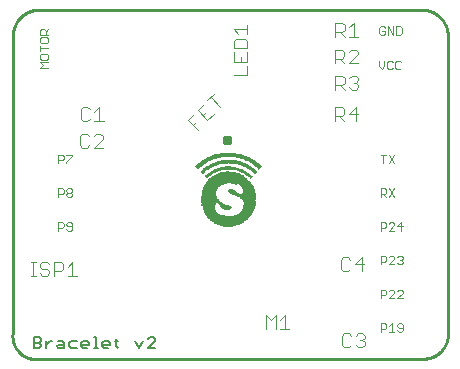
<source format=gto>
G75*
%MOIN*%
%OFA0B0*%
%FSLAX25Y25*%
%IPPOS*%
%LPD*%
%AMOC8*
5,1,8,0,0,1.08239X$1,22.5*
%
%ADD10C,0.01000*%
%ADD11C,0.00700*%
%ADD12C,0.01500*%
%ADD13C,0.00200*%
%ADD14R,0.02400X0.00100*%
%ADD15R,0.03600X0.00100*%
%ADD16R,0.04300X0.00100*%
%ADD17R,0.05000X0.00100*%
%ADD18R,0.05600X0.00100*%
%ADD19R,0.06300X0.00100*%
%ADD20R,0.07000X0.00100*%
%ADD21R,0.07300X0.00100*%
%ADD22R,0.07800X0.00100*%
%ADD23R,0.08100X0.00100*%
%ADD24R,0.08500X0.00100*%
%ADD25R,0.09000X0.00100*%
%ADD26R,0.09300X0.00100*%
%ADD27R,0.09600X0.00100*%
%ADD28R,0.09900X0.00100*%
%ADD29R,0.10200X0.00100*%
%ADD30R,0.10600X0.00100*%
%ADD31R,0.10800X0.00100*%
%ADD32R,0.11100X0.00100*%
%ADD33R,0.11400X0.00100*%
%ADD34R,0.11600X0.00100*%
%ADD35R,0.11800X0.00100*%
%ADD36R,0.12000X0.00100*%
%ADD37R,0.12300X0.00100*%
%ADD38R,0.12500X0.00100*%
%ADD39R,0.12700X0.00100*%
%ADD40R,0.12900X0.00100*%
%ADD41R,0.13200X0.00100*%
%ADD42R,0.13300X0.00100*%
%ADD43R,0.13500X0.00100*%
%ADD44R,0.13600X0.00100*%
%ADD45R,0.13800X0.00100*%
%ADD46R,0.14000X0.00100*%
%ADD47R,0.14200X0.00100*%
%ADD48R,0.06700X0.00100*%
%ADD49R,0.06200X0.00100*%
%ADD50R,0.05800X0.00100*%
%ADD51R,0.05500X0.00100*%
%ADD52R,0.05300X0.00100*%
%ADD53R,0.05200X0.00100*%
%ADD54R,0.05100X0.00100*%
%ADD55R,0.04700X0.00100*%
%ADD56R,0.04800X0.00100*%
%ADD57R,0.04500X0.00100*%
%ADD58R,0.04600X0.00100*%
%ADD59R,0.04200X0.00100*%
%ADD60R,0.04100X0.00100*%
%ADD61R,0.04000X0.00100*%
%ADD62R,0.03900X0.00100*%
%ADD63R,0.03800X0.00100*%
%ADD64R,0.03700X0.00100*%
%ADD65R,0.01400X0.00100*%
%ADD66R,0.02000X0.00100*%
%ADD67R,0.02200X0.00100*%
%ADD68R,0.02600X0.00100*%
%ADD69R,0.02800X0.00100*%
%ADD70R,0.02900X0.00100*%
%ADD71R,0.03000X0.00100*%
%ADD72R,0.03100X0.00100*%
%ADD73R,0.03200X0.00100*%
%ADD74R,0.03300X0.00100*%
%ADD75R,0.04400X0.00100*%
%ADD76R,0.02700X0.00100*%
%ADD77R,0.01700X0.00100*%
%ADD78R,0.01600X0.00100*%
%ADD79R,0.04900X0.00100*%
%ADD80R,0.01300X0.00100*%
%ADD81R,0.06600X0.00100*%
%ADD82R,0.06500X0.00100*%
%ADD83R,0.06100X0.00100*%
%ADD84R,0.06000X0.00100*%
%ADD85R,0.05900X0.00100*%
%ADD86R,0.05700X0.00100*%
%ADD87R,0.05400X0.00100*%
%ADD88R,0.07100X0.00100*%
%ADD89R,0.02300X0.00100*%
%ADD90R,0.02500X0.00100*%
%ADD91R,0.02100X0.00100*%
%ADD92R,0.01800X0.00100*%
%ADD93R,0.01500X0.00100*%
%ADD94R,0.01100X0.00100*%
%ADD95R,0.00400X0.00100*%
%ADD96R,0.00900X0.00100*%
%ADD97R,0.06800X0.00100*%
%ADD98R,0.14700X0.00100*%
%ADD99R,0.14600X0.00100*%
%ADD100R,0.14400X0.00100*%
%ADD101R,0.13900X0.00100*%
%ADD102R,0.13700X0.00100*%
%ADD103R,0.13400X0.00100*%
%ADD104R,0.13000X0.00100*%
%ADD105R,0.12800X0.00100*%
%ADD106R,0.12600X0.00100*%
%ADD107R,0.12400X0.00100*%
%ADD108R,0.12200X0.00100*%
%ADD109R,0.00100X0.00100*%
%ADD110R,0.00300X0.00100*%
%ADD111R,0.00500X0.00100*%
%ADD112R,0.11200X0.00100*%
%ADD113R,0.00700X0.00100*%
%ADD114R,0.00600X0.00100*%
%ADD115R,0.11000X0.00100*%
%ADD116R,0.10300X0.00100*%
%ADD117R,0.01200X0.00100*%
%ADD118R,0.10000X0.00100*%
%ADD119R,0.09700X0.00100*%
%ADD120R,0.09400X0.00100*%
%ADD121R,0.09100X0.00100*%
%ADD122R,0.08700X0.00100*%
%ADD123R,0.08200X0.00100*%
%ADD124R,0.07900X0.00100*%
%ADD125R,0.07500X0.00100*%
%ADD126R,0.00200X0.00100*%
%ADD127R,0.00800X0.00100*%
%ADD128R,0.01000X0.00100*%
%ADD129R,0.01900X0.00100*%
%ADD130R,0.07400X0.00100*%
%ADD131R,0.06900X0.00100*%
%ADD132R,0.03500X0.00100*%
%ADD133R,0.08900X0.00100*%
%ADD134R,0.08300X0.00100*%
%ADD135R,0.07200X0.00100*%
%ADD136R,0.03400X0.00100*%
%ADD137R,0.09200X0.00100*%
%ADD138C,0.00400*%
D10*
X0007860Y0046945D02*
X0139110Y0046945D01*
X0139110Y0046944D02*
X0139308Y0046963D01*
X0139504Y0046986D01*
X0139700Y0047014D01*
X0139896Y0047047D01*
X0140090Y0047085D01*
X0140284Y0047127D01*
X0140476Y0047174D01*
X0140667Y0047225D01*
X0140857Y0047281D01*
X0141046Y0047342D01*
X0141233Y0047407D01*
X0141418Y0047477D01*
X0141602Y0047551D01*
X0141784Y0047630D01*
X0141964Y0047713D01*
X0142142Y0047800D01*
X0142317Y0047891D01*
X0142491Y0047987D01*
X0142662Y0048087D01*
X0142830Y0048191D01*
X0142996Y0048299D01*
X0143160Y0048411D01*
X0143320Y0048527D01*
X0143478Y0048647D01*
X0143633Y0048771D01*
X0143784Y0048898D01*
X0143933Y0049029D01*
X0144079Y0049163D01*
X0144221Y0049301D01*
X0144359Y0049443D01*
X0144495Y0049587D01*
X0144627Y0049735D01*
X0144755Y0049886D01*
X0144879Y0050040D01*
X0145000Y0050198D01*
X0145117Y0050357D01*
X0145230Y0050520D01*
X0145339Y0050686D01*
X0145444Y0050853D01*
X0145545Y0051024D01*
X0145641Y0051197D01*
X0145734Y0051372D01*
X0145822Y0051549D01*
X0145906Y0051729D01*
X0145986Y0051910D01*
X0146061Y0052093D01*
X0146132Y0052278D01*
X0146198Y0052465D01*
X0146260Y0052653D01*
X0146317Y0052843D01*
X0146370Y0053034D01*
X0146418Y0053226D01*
X0146461Y0053419D01*
X0146500Y0053614D01*
X0146533Y0053809D01*
X0146563Y0054005D01*
X0146587Y0054201D01*
X0146607Y0054398D01*
X0146622Y0054596D01*
X0146632Y0054794D01*
X0146637Y0054992D01*
X0146638Y0055190D01*
X0146633Y0055388D01*
X0146624Y0055586D01*
X0146611Y0055783D01*
X0146610Y0055783D02*
X0146610Y0154533D01*
X0146607Y0154744D01*
X0146600Y0154956D01*
X0146587Y0155167D01*
X0146569Y0155377D01*
X0146546Y0155588D01*
X0146518Y0155797D01*
X0146485Y0156006D01*
X0146447Y0156214D01*
X0146404Y0156421D01*
X0146356Y0156627D01*
X0146303Y0156832D01*
X0146245Y0157035D01*
X0146182Y0157237D01*
X0146114Y0157437D01*
X0146041Y0157636D01*
X0145964Y0157833D01*
X0145882Y0158027D01*
X0145795Y0158220D01*
X0145704Y0158411D01*
X0145608Y0158599D01*
X0145507Y0158785D01*
X0145402Y0158969D01*
X0145293Y0159150D01*
X0145179Y0159328D01*
X0145061Y0159504D01*
X0144939Y0159676D01*
X0144813Y0159846D01*
X0144682Y0160012D01*
X0144548Y0160175D01*
X0144409Y0160335D01*
X0144267Y0160492D01*
X0144121Y0160645D01*
X0143972Y0160794D01*
X0143819Y0160940D01*
X0143662Y0161082D01*
X0143502Y0161221D01*
X0143339Y0161355D01*
X0143173Y0161486D01*
X0143003Y0161612D01*
X0142831Y0161734D01*
X0142655Y0161852D01*
X0142477Y0161966D01*
X0142296Y0162075D01*
X0142112Y0162180D01*
X0141926Y0162281D01*
X0141738Y0162377D01*
X0141547Y0162468D01*
X0141354Y0162555D01*
X0141160Y0162637D01*
X0140963Y0162714D01*
X0140764Y0162787D01*
X0140564Y0162855D01*
X0140362Y0162918D01*
X0140159Y0162976D01*
X0139954Y0163029D01*
X0139748Y0163077D01*
X0139541Y0163120D01*
X0139333Y0163158D01*
X0139124Y0163191D01*
X0138915Y0163219D01*
X0138704Y0163242D01*
X0138494Y0163260D01*
X0138283Y0163273D01*
X0138071Y0163280D01*
X0137860Y0163283D01*
X0010360Y0163283D01*
X0010149Y0163280D01*
X0009937Y0163273D01*
X0009726Y0163260D01*
X0009516Y0163242D01*
X0009305Y0163219D01*
X0009096Y0163191D01*
X0008887Y0163158D01*
X0008679Y0163120D01*
X0008472Y0163077D01*
X0008266Y0163029D01*
X0008061Y0162976D01*
X0007858Y0162918D01*
X0007656Y0162855D01*
X0007456Y0162787D01*
X0007257Y0162714D01*
X0007060Y0162637D01*
X0006866Y0162555D01*
X0006673Y0162468D01*
X0006482Y0162377D01*
X0006294Y0162281D01*
X0006108Y0162180D01*
X0005924Y0162075D01*
X0005743Y0161966D01*
X0005565Y0161852D01*
X0005389Y0161734D01*
X0005217Y0161612D01*
X0005047Y0161486D01*
X0004881Y0161355D01*
X0004718Y0161221D01*
X0004558Y0161082D01*
X0004401Y0160940D01*
X0004248Y0160794D01*
X0004099Y0160645D01*
X0003953Y0160492D01*
X0003811Y0160335D01*
X0003672Y0160175D01*
X0003538Y0160012D01*
X0003407Y0159846D01*
X0003281Y0159676D01*
X0003159Y0159504D01*
X0003041Y0159328D01*
X0002927Y0159150D01*
X0002818Y0158969D01*
X0002713Y0158785D01*
X0002612Y0158599D01*
X0002516Y0158411D01*
X0002425Y0158220D01*
X0002338Y0158027D01*
X0002256Y0157833D01*
X0002179Y0157636D01*
X0002106Y0157437D01*
X0002038Y0157237D01*
X0001975Y0157035D01*
X0001917Y0156832D01*
X0001864Y0156627D01*
X0001816Y0156421D01*
X0001773Y0156214D01*
X0001735Y0156006D01*
X0001702Y0155797D01*
X0001674Y0155588D01*
X0001651Y0155377D01*
X0001633Y0155167D01*
X0001620Y0154956D01*
X0001613Y0154744D01*
X0001610Y0154533D01*
X0001610Y0055783D01*
X0001581Y0055601D01*
X0001557Y0055417D01*
X0001536Y0055233D01*
X0001521Y0055049D01*
X0001509Y0054865D01*
X0001502Y0054680D01*
X0001500Y0054495D01*
X0001502Y0054310D01*
X0001509Y0054125D01*
X0001520Y0053940D01*
X0001535Y0053756D01*
X0001555Y0053572D01*
X0001580Y0053389D01*
X0001608Y0053206D01*
X0001642Y0053024D01*
X0001679Y0052843D01*
X0001721Y0052663D01*
X0001767Y0052483D01*
X0001818Y0052306D01*
X0001873Y0052129D01*
X0001932Y0051954D01*
X0001995Y0051780D01*
X0002063Y0051608D01*
X0002135Y0051437D01*
X0002210Y0051268D01*
X0002290Y0051101D01*
X0002374Y0050937D01*
X0002462Y0050774D01*
X0002554Y0050613D01*
X0002649Y0050455D01*
X0002749Y0050299D01*
X0002852Y0050145D01*
X0002959Y0049994D01*
X0003069Y0049846D01*
X0003183Y0049700D01*
X0003301Y0049557D01*
X0003421Y0049417D01*
X0003546Y0049280D01*
X0003673Y0049146D01*
X0003804Y0049015D01*
X0003938Y0048887D01*
X0004075Y0048763D01*
X0004214Y0048642D01*
X0004357Y0048524D01*
X0004503Y0048410D01*
X0004651Y0048299D01*
X0004802Y0048192D01*
X0004955Y0048089D01*
X0005111Y0047989D01*
X0005269Y0047894D01*
X0005430Y0047802D01*
X0005593Y0047713D01*
X0005757Y0047629D01*
X0005924Y0047549D01*
X0006093Y0047473D01*
X0006263Y0047401D01*
X0006435Y0047333D01*
X0006609Y0047270D01*
X0006784Y0047210D01*
X0006961Y0047155D01*
X0007138Y0047104D01*
X0007318Y0047058D01*
X0007498Y0047016D01*
X0007679Y0046978D01*
X0007861Y0046944D01*
D11*
X0008584Y0050383D02*
X0010486Y0050383D01*
X0011120Y0051017D01*
X0011120Y0051651D01*
X0010486Y0052285D01*
X0008584Y0052285D01*
X0008584Y0054186D02*
X0008584Y0050383D01*
X0010486Y0052285D02*
X0011120Y0052919D01*
X0011120Y0053552D01*
X0010486Y0054186D01*
X0008584Y0054186D01*
X0012728Y0052919D02*
X0012728Y0050383D01*
X0012728Y0051651D02*
X0013996Y0052919D01*
X0014629Y0052919D01*
X0016815Y0052919D02*
X0018082Y0052919D01*
X0018716Y0052285D01*
X0018716Y0050383D01*
X0016815Y0050383D01*
X0016181Y0051017D01*
X0016815Y0051651D01*
X0018716Y0051651D01*
X0020324Y0052285D02*
X0020324Y0051017D01*
X0020958Y0050383D01*
X0022860Y0050383D01*
X0024468Y0051017D02*
X0024468Y0052285D01*
X0025102Y0052919D01*
X0026369Y0052919D01*
X0027003Y0052285D01*
X0027003Y0051651D01*
X0024468Y0051651D01*
X0024468Y0051017D02*
X0025102Y0050383D01*
X0026369Y0050383D01*
X0028611Y0050383D02*
X0029879Y0050383D01*
X0029245Y0050383D02*
X0029245Y0054186D01*
X0028611Y0054186D01*
X0031374Y0052285D02*
X0031374Y0051017D01*
X0032008Y0050383D01*
X0033275Y0050383D01*
X0033909Y0051651D02*
X0031374Y0051651D01*
X0031374Y0052285D02*
X0032008Y0052919D01*
X0033275Y0052919D01*
X0033909Y0052285D01*
X0033909Y0051651D01*
X0035517Y0052919D02*
X0036785Y0052919D01*
X0036151Y0053552D02*
X0036151Y0051017D01*
X0036785Y0050383D01*
X0042423Y0052919D02*
X0043691Y0050383D01*
X0044959Y0052919D01*
X0046567Y0053552D02*
X0047201Y0054186D01*
X0048468Y0054186D01*
X0049102Y0053552D01*
X0049102Y0052919D01*
X0046567Y0050383D01*
X0049102Y0050383D01*
X0022860Y0052919D02*
X0020958Y0052919D01*
X0020324Y0052285D01*
D12*
X0072360Y0119033D02*
X0073778Y0119033D01*
X0073778Y0120451D01*
X0072360Y0120451D01*
X0072360Y0119033D01*
D13*
X0021341Y0114935D02*
X0021341Y0114468D01*
X0019473Y0112600D01*
X0019473Y0112133D01*
X0018111Y0113067D02*
X0016710Y0113067D01*
X0016710Y0112133D02*
X0016710Y0114935D01*
X0018111Y0114935D01*
X0018578Y0114468D01*
X0018578Y0113534D01*
X0018111Y0113067D01*
X0019473Y0114935D02*
X0021341Y0114935D01*
X0020874Y0103685D02*
X0021341Y0103218D01*
X0021341Y0102751D01*
X0020874Y0102284D01*
X0019940Y0102284D01*
X0019473Y0102751D01*
X0019473Y0103218D01*
X0019940Y0103685D01*
X0020874Y0103685D01*
X0020874Y0102284D02*
X0021341Y0101817D01*
X0021341Y0101350D01*
X0020874Y0100883D01*
X0019940Y0100883D01*
X0019473Y0101350D01*
X0019473Y0101817D01*
X0019940Y0102284D01*
X0018578Y0102284D02*
X0018111Y0101817D01*
X0016710Y0101817D01*
X0016710Y0100883D02*
X0016710Y0103685D01*
X0018111Y0103685D01*
X0018578Y0103218D01*
X0018578Y0102284D01*
X0018111Y0092435D02*
X0016710Y0092435D01*
X0016710Y0089633D01*
X0016710Y0090567D02*
X0018111Y0090567D01*
X0018578Y0091034D01*
X0018578Y0091968D01*
X0018111Y0092435D01*
X0019473Y0091968D02*
X0019473Y0091501D01*
X0019940Y0091034D01*
X0021341Y0091034D01*
X0021341Y0090100D02*
X0021341Y0091968D01*
X0020874Y0092435D01*
X0019940Y0092435D01*
X0019473Y0091968D01*
X0019473Y0090100D02*
X0019940Y0089633D01*
X0020874Y0089633D01*
X0021341Y0090100D01*
X0013510Y0143883D02*
X0010708Y0143883D01*
X0011642Y0144817D01*
X0010708Y0145751D01*
X0013510Y0145751D01*
X0013043Y0146645D02*
X0013510Y0147112D01*
X0013510Y0148047D01*
X0013043Y0148514D01*
X0011175Y0148514D01*
X0010708Y0148047D01*
X0010708Y0147112D01*
X0011175Y0146645D01*
X0013043Y0146645D01*
X0010708Y0149408D02*
X0010708Y0151276D01*
X0010708Y0150342D02*
X0013510Y0150342D01*
X0013043Y0152170D02*
X0013510Y0152637D01*
X0013510Y0153571D01*
X0013043Y0154038D01*
X0011175Y0154038D01*
X0010708Y0153571D01*
X0010708Y0152637D01*
X0011175Y0152170D01*
X0013043Y0152170D01*
X0012576Y0154932D02*
X0012576Y0156334D01*
X0012109Y0156801D01*
X0011175Y0156801D01*
X0010708Y0156334D01*
X0010708Y0154932D01*
X0013510Y0154932D01*
X0012576Y0155867D02*
X0013510Y0156801D01*
X0123836Y0157270D02*
X0123836Y0155402D01*
X0124303Y0154935D01*
X0125237Y0154935D01*
X0125704Y0155402D01*
X0125704Y0156336D01*
X0124770Y0156336D01*
X0123836Y0157270D02*
X0124303Y0157737D01*
X0125237Y0157737D01*
X0125704Y0157270D01*
X0126598Y0157737D02*
X0128467Y0154935D01*
X0128467Y0157737D01*
X0129361Y0157737D02*
X0130762Y0157737D01*
X0131229Y0157270D01*
X0131229Y0155402D01*
X0130762Y0154935D01*
X0129361Y0154935D01*
X0129361Y0157737D01*
X0126598Y0157737D02*
X0126598Y0154935D01*
X0126868Y0146281D02*
X0126401Y0145814D01*
X0126401Y0143946D01*
X0126868Y0143479D01*
X0127802Y0143479D01*
X0128269Y0143946D01*
X0129164Y0143946D02*
X0129164Y0145814D01*
X0129631Y0146281D01*
X0130565Y0146281D01*
X0131032Y0145814D01*
X0131032Y0143946D02*
X0130565Y0143479D01*
X0129631Y0143479D01*
X0129164Y0143946D01*
X0128269Y0145814D02*
X0127802Y0146281D01*
X0126868Y0146281D01*
X0125507Y0146281D02*
X0125507Y0144413D01*
X0124573Y0143479D01*
X0123639Y0144413D01*
X0123639Y0146281D01*
X0124210Y0114935D02*
X0126078Y0114935D01*
X0126973Y0114935D02*
X0128841Y0112133D01*
X0126973Y0112133D02*
X0128841Y0114935D01*
X0125144Y0114935D02*
X0125144Y0112133D01*
X0125611Y0103685D02*
X0124210Y0103685D01*
X0124210Y0100883D01*
X0124210Y0101817D02*
X0125611Y0101817D01*
X0126078Y0102284D01*
X0126078Y0103218D01*
X0125611Y0103685D01*
X0126973Y0103685D02*
X0128841Y0100883D01*
X0126973Y0100883D02*
X0128841Y0103685D01*
X0126078Y0100883D02*
X0125144Y0101817D01*
X0125611Y0092435D02*
X0124210Y0092435D01*
X0124210Y0089633D01*
X0124210Y0090567D02*
X0125611Y0090567D01*
X0126078Y0091034D01*
X0126078Y0091968D01*
X0125611Y0092435D01*
X0126973Y0091968D02*
X0127440Y0092435D01*
X0128374Y0092435D01*
X0128841Y0091968D01*
X0128841Y0091501D01*
X0126973Y0089633D01*
X0128841Y0089633D01*
X0129735Y0091034D02*
X0131603Y0091034D01*
X0131136Y0089633D02*
X0131136Y0092435D01*
X0129735Y0091034D01*
X0130202Y0081185D02*
X0131136Y0081185D01*
X0131603Y0080718D01*
X0131603Y0080251D01*
X0131136Y0079784D01*
X0131603Y0079317D01*
X0131603Y0078850D01*
X0131136Y0078383D01*
X0130202Y0078383D01*
X0129735Y0078850D01*
X0128841Y0078383D02*
X0126973Y0078383D01*
X0128841Y0080251D01*
X0128841Y0080718D01*
X0128374Y0081185D01*
X0127440Y0081185D01*
X0126973Y0080718D01*
X0126078Y0080718D02*
X0125611Y0081185D01*
X0124210Y0081185D01*
X0124210Y0078383D01*
X0124210Y0079317D02*
X0125611Y0079317D01*
X0126078Y0079784D01*
X0126078Y0080718D01*
X0129735Y0080718D02*
X0130202Y0081185D01*
X0130669Y0079784D02*
X0131136Y0079784D01*
X0131136Y0069935D02*
X0130202Y0069935D01*
X0129735Y0069468D01*
X0128841Y0069468D02*
X0128374Y0069935D01*
X0127440Y0069935D01*
X0126973Y0069468D01*
X0126078Y0069468D02*
X0126078Y0068534D01*
X0125611Y0068067D01*
X0124210Y0068067D01*
X0124210Y0067133D02*
X0124210Y0069935D01*
X0125611Y0069935D01*
X0126078Y0069468D01*
X0126973Y0067133D02*
X0128841Y0069001D01*
X0128841Y0069468D01*
X0131136Y0069935D02*
X0131603Y0069468D01*
X0131603Y0069001D01*
X0129735Y0067133D01*
X0131603Y0067133D01*
X0128841Y0067133D02*
X0126973Y0067133D01*
X0127907Y0058685D02*
X0127907Y0055883D01*
X0126973Y0055883D02*
X0128841Y0055883D01*
X0129735Y0056350D02*
X0130202Y0055883D01*
X0131136Y0055883D01*
X0131603Y0056350D01*
X0131603Y0058218D01*
X0131136Y0058685D01*
X0130202Y0058685D01*
X0129735Y0058218D01*
X0129735Y0057751D01*
X0130202Y0057284D01*
X0131603Y0057284D01*
X0127907Y0058685D02*
X0126973Y0057751D01*
X0126078Y0057284D02*
X0125611Y0056817D01*
X0124210Y0056817D01*
X0124210Y0055883D02*
X0124210Y0058685D01*
X0125611Y0058685D01*
X0126078Y0058218D01*
X0126078Y0057284D01*
D14*
X0075710Y0101683D03*
X0071910Y0097883D03*
X0073510Y0090883D03*
X0069810Y0109583D03*
X0068310Y0111283D03*
X0066310Y0112883D03*
X0066110Y0112783D03*
X0080910Y0112783D03*
D15*
X0078310Y0113883D03*
X0080010Y0103683D03*
X0080110Y0103583D03*
X0080110Y0103483D03*
X0080210Y0103283D03*
X0080410Y0097183D03*
X0080110Y0096383D03*
X0073510Y0090983D03*
D16*
X0073560Y0091083D03*
X0079060Y0094983D03*
X0080460Y0099483D03*
X0080460Y0099583D03*
X0080360Y0101783D03*
X0073560Y0110483D03*
X0066860Y0097583D03*
X0066860Y0097483D03*
X0066860Y0097383D03*
X0067960Y0094983D03*
D17*
X0073510Y0091183D03*
X0078410Y0094583D03*
X0080110Y0100283D03*
X0067910Y0104083D03*
X0067810Y0103983D03*
X0067710Y0103883D03*
D18*
X0068510Y0104683D03*
X0067210Y0099783D03*
X0073510Y0091283D03*
X0073510Y0115083D03*
D19*
X0069160Y0105083D03*
X0067560Y0099083D03*
X0067660Y0098983D03*
X0073560Y0091383D03*
X0079460Y0101083D03*
D20*
X0073510Y0091483D03*
X0069610Y0105283D03*
D21*
X0073560Y0091583D03*
D22*
X0073510Y0091683D03*
X0073610Y0112383D03*
D23*
X0073560Y0091783D03*
D24*
X0073560Y0091883D03*
D25*
X0073510Y0091983D03*
D26*
X0073560Y0092083D03*
D27*
X0073510Y0092183D03*
D28*
X0073560Y0092283D03*
D29*
X0073510Y0092383D03*
X0073510Y0114483D03*
D30*
X0073510Y0107383D03*
X0073510Y0092483D03*
D31*
X0073510Y0092583D03*
X0073510Y0114383D03*
D32*
X0073560Y0092683D03*
D33*
X0073510Y0092783D03*
X0073510Y0107083D03*
D34*
X0073510Y0106983D03*
X0073510Y0092883D03*
D35*
X0073510Y0092983D03*
D36*
X0073510Y0093083D03*
X0073510Y0106883D03*
X0073510Y0114183D03*
D37*
X0073560Y0093183D03*
D38*
X0073560Y0093283D03*
D39*
X0073560Y0093383D03*
D40*
X0073560Y0093483D03*
D41*
X0073510Y0093583D03*
X0073510Y0106283D03*
D42*
X0073560Y0093683D03*
D43*
X0073560Y0093783D03*
D44*
X0073510Y0093883D03*
X0073510Y0106083D03*
D45*
X0073510Y0093983D03*
D46*
X0073510Y0094083D03*
X0073510Y0105783D03*
D47*
X0073510Y0105683D03*
X0073510Y0094183D03*
D48*
X0069660Y0094283D03*
X0067860Y0098683D03*
X0079160Y0101283D03*
D49*
X0079510Y0100983D03*
X0077610Y0094283D03*
X0067510Y0099183D03*
X0073610Y0112583D03*
D50*
X0068610Y0104783D03*
X0067310Y0099583D03*
X0069210Y0094383D03*
D51*
X0067160Y0099883D03*
X0067160Y0099983D03*
X0068360Y0104583D03*
X0077960Y0094383D03*
X0079860Y0100683D03*
D52*
X0068860Y0094483D03*
X0067060Y0100183D03*
X0067060Y0100283D03*
X0068160Y0104383D03*
D53*
X0068110Y0104283D03*
X0068010Y0104183D03*
X0067010Y0100383D03*
X0073510Y0108683D03*
X0073510Y0110383D03*
X0073610Y0112683D03*
X0080010Y0100483D03*
X0078210Y0094483D03*
D54*
X0080060Y0100383D03*
X0068660Y0094583D03*
X0066960Y0100483D03*
X0066960Y0100583D03*
X0066960Y0100683D03*
X0066960Y0100783D03*
D55*
X0066960Y0101683D03*
X0066960Y0101783D03*
X0066960Y0101883D03*
X0066960Y0101983D03*
X0066960Y0102083D03*
X0066960Y0102183D03*
X0067060Y0102283D03*
X0067060Y0102383D03*
X0067060Y0102483D03*
X0067160Y0102583D03*
X0067160Y0102683D03*
X0067160Y0102783D03*
X0067260Y0102883D03*
X0067260Y0102983D03*
X0067360Y0103183D03*
X0067460Y0103383D03*
X0066860Y0098383D03*
X0068460Y0094683D03*
X0080260Y0099983D03*
X0080160Y0101483D03*
X0070960Y0111983D03*
D56*
X0069710Y0114083D03*
X0067510Y0103483D03*
X0067410Y0103283D03*
X0067310Y0103083D03*
X0066910Y0101583D03*
X0066910Y0101483D03*
X0066910Y0101383D03*
X0066910Y0101283D03*
X0066910Y0098483D03*
X0078610Y0094683D03*
X0080210Y0100083D03*
D57*
X0080360Y0099783D03*
X0078860Y0094883D03*
X0068260Y0094783D03*
X0068160Y0094883D03*
X0066860Y0098183D03*
D58*
X0066810Y0098283D03*
X0073510Y0108783D03*
X0073610Y0115183D03*
X0080210Y0101583D03*
X0080310Y0099883D03*
X0078810Y0094783D03*
D59*
X0079110Y0095083D03*
X0079210Y0095183D03*
X0079310Y0095283D03*
X0080510Y0099183D03*
X0080510Y0099283D03*
X0080510Y0099383D03*
X0080310Y0101883D03*
X0079110Y0104983D03*
X0073610Y0112783D03*
X0066910Y0097283D03*
X0066910Y0097183D03*
X0067010Y0096983D03*
X0067010Y0096883D03*
X0067110Y0096783D03*
X0067110Y0096683D03*
X0067110Y0096583D03*
X0067210Y0096283D03*
X0067310Y0096083D03*
X0067910Y0095083D03*
D60*
X0067760Y0095183D03*
X0067760Y0095283D03*
X0067660Y0095383D03*
X0067460Y0095683D03*
X0067460Y0095783D03*
X0067360Y0095883D03*
X0067360Y0095983D03*
X0067260Y0096183D03*
X0067160Y0096383D03*
X0067160Y0096483D03*
X0066960Y0097083D03*
X0080560Y0098983D03*
X0080560Y0099083D03*
X0080360Y0101983D03*
D61*
X0080410Y0102083D03*
X0080410Y0102183D03*
X0079310Y0104783D03*
X0079210Y0104883D03*
X0080610Y0098883D03*
X0080610Y0098783D03*
X0080610Y0098683D03*
X0079610Y0095583D03*
X0079510Y0095483D03*
X0079410Y0095383D03*
X0067610Y0095483D03*
X0067510Y0095583D03*
X0069110Y0113983D03*
D62*
X0077960Y0113983D03*
X0080360Y0102383D03*
X0080560Y0098583D03*
X0080560Y0098483D03*
X0079760Y0095783D03*
X0079660Y0095683D03*
D63*
X0079810Y0095883D03*
X0079810Y0095983D03*
X0079910Y0096083D03*
X0080610Y0098183D03*
X0080610Y0098283D03*
X0080610Y0098383D03*
X0080410Y0102283D03*
X0080410Y0102483D03*
X0080410Y0102583D03*
X0080310Y0102883D03*
X0080310Y0102983D03*
X0079710Y0104283D03*
X0079610Y0104383D03*
X0079610Y0104483D03*
X0079510Y0104583D03*
X0079410Y0104683D03*
X0073510Y0108883D03*
X0077010Y0111883D03*
D64*
X0079760Y0104183D03*
X0079860Y0104083D03*
X0079860Y0103983D03*
X0079960Y0103883D03*
X0079960Y0103783D03*
X0080160Y0103383D03*
X0080260Y0103183D03*
X0080260Y0103083D03*
X0080360Y0102783D03*
X0080360Y0102683D03*
X0080560Y0098083D03*
X0080560Y0097983D03*
X0080560Y0097883D03*
X0080560Y0097783D03*
X0080460Y0097683D03*
X0080460Y0097583D03*
X0080460Y0097483D03*
X0080460Y0097383D03*
X0080460Y0097283D03*
X0080360Y0097083D03*
X0080360Y0096983D03*
X0080260Y0096883D03*
X0080260Y0096783D03*
X0080260Y0096683D03*
X0080160Y0096583D03*
X0080160Y0096483D03*
X0080060Y0096283D03*
X0079960Y0096183D03*
X0070160Y0111883D03*
X0068760Y0113883D03*
D65*
X0067910Y0108683D03*
X0067410Y0108383D03*
X0067310Y0108283D03*
X0066910Y0107983D03*
X0063410Y0110683D03*
X0070910Y0098483D03*
X0071010Y0098383D03*
X0073210Y0096383D03*
X0079910Y0108183D03*
X0079610Y0108383D03*
X0079310Y0108583D03*
X0082010Y0109283D03*
X0082110Y0109183D03*
X0082210Y0109083D03*
X0082310Y0108983D03*
D66*
X0083110Y0111283D03*
X0082610Y0111683D03*
X0082510Y0111783D03*
X0077810Y0109383D03*
X0073510Y0110683D03*
X0067510Y0110883D03*
X0067310Y0110783D03*
X0067110Y0110683D03*
X0064710Y0111883D03*
X0064410Y0111683D03*
X0071510Y0098083D03*
X0073110Y0096483D03*
D67*
X0073110Y0096583D03*
X0071710Y0097983D03*
X0074610Y0102683D03*
X0079110Y0111183D03*
X0079310Y0111083D03*
X0081610Y0112383D03*
X0081910Y0112183D03*
X0082210Y0111983D03*
X0067910Y0111083D03*
X0065610Y0112483D03*
D68*
X0066510Y0112983D03*
X0066710Y0113083D03*
X0066910Y0113183D03*
X0068810Y0111483D03*
X0070110Y0109683D03*
X0074810Y0102383D03*
X0075410Y0101783D03*
X0073010Y0096683D03*
X0078610Y0111383D03*
X0078110Y0111583D03*
X0080110Y0113183D03*
X0080310Y0113083D03*
X0080510Y0112983D03*
D69*
X0079910Y0113283D03*
X0079710Y0113383D03*
X0073510Y0108983D03*
X0070510Y0109783D03*
X0067310Y0113383D03*
X0075010Y0102083D03*
X0075210Y0101983D03*
X0073010Y0096783D03*
D70*
X0072960Y0096883D03*
X0072260Y0097683D03*
X0069360Y0111683D03*
X0077860Y0111683D03*
D71*
X0079410Y0113483D03*
X0067610Y0113483D03*
X0072410Y0097583D03*
X0072910Y0096983D03*
D72*
X0072860Y0097083D03*
D73*
X0072810Y0097183D03*
X0072710Y0097283D03*
X0072510Y0097483D03*
X0069710Y0111783D03*
X0073510Y0115283D03*
X0077510Y0111783D03*
D74*
X0078860Y0113683D03*
X0079160Y0113583D03*
X0076060Y0109883D03*
X0070960Y0109883D03*
X0068160Y0113683D03*
X0067860Y0113583D03*
X0072660Y0097383D03*
D75*
X0066810Y0097683D03*
X0066810Y0097783D03*
X0066810Y0097883D03*
X0066810Y0097983D03*
X0066810Y0098083D03*
X0076310Y0111983D03*
X0080310Y0101683D03*
X0080410Y0099683D03*
D76*
X0075260Y0101883D03*
X0074960Y0102183D03*
X0074860Y0102283D03*
X0072060Y0097783D03*
X0076560Y0109783D03*
X0073560Y0112883D03*
X0069060Y0111583D03*
X0067160Y0113283D03*
D77*
X0066660Y0110383D03*
X0066360Y0110183D03*
X0066160Y0110083D03*
X0066060Y0109983D03*
X0063560Y0110983D03*
X0071360Y0098183D03*
X0080960Y0110083D03*
X0080860Y0110183D03*
X0081260Y0109883D03*
X0083360Y0111083D03*
X0083760Y0110683D03*
D78*
X0081510Y0109683D03*
X0081410Y0109783D03*
X0081110Y0109983D03*
X0078810Y0108883D03*
X0068210Y0108883D03*
X0067710Y0108583D03*
X0065910Y0109883D03*
X0065810Y0109783D03*
X0065710Y0109683D03*
X0065510Y0109583D03*
X0065410Y0109483D03*
X0063410Y0110783D03*
X0071210Y0098283D03*
D79*
X0066960Y0098583D03*
X0066960Y0100883D03*
X0066960Y0100983D03*
X0066960Y0101083D03*
X0066960Y0101183D03*
X0067560Y0103583D03*
X0067660Y0103683D03*
X0067660Y0103783D03*
X0077260Y0114083D03*
X0080160Y0100183D03*
D80*
X0080260Y0107883D03*
X0080160Y0107983D03*
X0080060Y0108083D03*
X0079760Y0108283D03*
X0070760Y0098583D03*
X0066660Y0107783D03*
X0066760Y0107883D03*
X0067060Y0108083D03*
X0067160Y0108183D03*
D81*
X0073510Y0108483D03*
X0077610Y0105283D03*
X0079310Y0101183D03*
X0067810Y0098783D03*
X0073510Y0114983D03*
D82*
X0077760Y0105183D03*
X0067760Y0098883D03*
D83*
X0067460Y0099283D03*
D84*
X0067410Y0099383D03*
X0068810Y0104883D03*
X0068910Y0104983D03*
X0073510Y0110283D03*
X0078110Y0105083D03*
D85*
X0079660Y0100883D03*
X0073560Y0108583D03*
X0067360Y0099483D03*
D86*
X0067260Y0099683D03*
X0079760Y0100783D03*
D87*
X0079910Y0100583D03*
X0068310Y0104483D03*
X0067110Y0100083D03*
D88*
X0073560Y0108383D03*
X0078960Y0101383D03*
D89*
X0076160Y0101483D03*
X0074660Y0102583D03*
X0077260Y0109583D03*
X0081060Y0112683D03*
X0081260Y0112583D03*
X0081460Y0112483D03*
X0068060Y0111183D03*
X0065960Y0112683D03*
X0065760Y0112583D03*
X0065460Y0112383D03*
D90*
X0068560Y0111383D03*
X0074760Y0102483D03*
X0075860Y0101583D03*
X0076960Y0109683D03*
X0078360Y0111483D03*
X0078860Y0111283D03*
X0080760Y0112883D03*
D91*
X0081760Y0112283D03*
X0082060Y0112083D03*
X0082360Y0111883D03*
X0079860Y0110783D03*
X0079660Y0110883D03*
X0079460Y0110983D03*
X0077560Y0109483D03*
X0074560Y0102783D03*
X0069460Y0109483D03*
X0067660Y0110983D03*
X0065260Y0112283D03*
X0065160Y0112183D03*
X0064960Y0112083D03*
X0064860Y0111983D03*
X0064560Y0111783D03*
D92*
X0063910Y0111283D03*
X0063710Y0111083D03*
X0063410Y0110883D03*
X0066510Y0110283D03*
X0066810Y0110483D03*
X0068410Y0108983D03*
X0068610Y0109083D03*
X0068810Y0109183D03*
X0074510Y0102883D03*
X0078010Y0109283D03*
X0078210Y0109183D03*
X0078410Y0109083D03*
X0078610Y0108983D03*
X0080410Y0110483D03*
X0080510Y0110383D03*
X0080710Y0110283D03*
X0083510Y0110983D03*
X0083610Y0110883D03*
X0083710Y0110783D03*
D93*
X0083760Y0110583D03*
X0081860Y0109383D03*
X0081760Y0109483D03*
X0081660Y0109583D03*
X0079460Y0108483D03*
X0079160Y0108683D03*
X0078960Y0108783D03*
X0074460Y0102983D03*
X0068060Y0108783D03*
X0067560Y0108483D03*
X0065260Y0109383D03*
X0065160Y0109283D03*
X0065060Y0109183D03*
X0064960Y0109083D03*
D94*
X0066360Y0107483D03*
X0074460Y0103083D03*
X0080860Y0107383D03*
X0082260Y0108883D03*
D95*
X0082310Y0108483D03*
X0083810Y0110083D03*
X0076010Y0104883D03*
X0066410Y0107183D03*
X0064910Y0108583D03*
X0063410Y0110183D03*
D96*
X0063360Y0110483D03*
X0064960Y0108883D03*
X0066360Y0107383D03*
X0075960Y0104983D03*
X0080860Y0107283D03*
D97*
X0069410Y0105183D03*
D98*
X0073560Y0105383D03*
D99*
X0073510Y0105483D03*
D100*
X0073510Y0105583D03*
D101*
X0073560Y0105883D03*
D102*
X0073560Y0105983D03*
D103*
X0073510Y0106183D03*
D104*
X0073510Y0106383D03*
D105*
X0073510Y0106483D03*
D106*
X0073510Y0106583D03*
D107*
X0073510Y0106683D03*
D108*
X0073510Y0106783D03*
D109*
X0073960Y0111983D03*
X0075060Y0112883D03*
X0072060Y0112883D03*
X0071160Y0115183D03*
X0069260Y0114783D03*
X0063360Y0110083D03*
X0064960Y0108483D03*
X0066360Y0107083D03*
X0080860Y0106883D03*
D110*
X0080860Y0106983D03*
D111*
X0080860Y0107083D03*
X0082260Y0108583D03*
D112*
X0073510Y0107183D03*
X0073510Y0114283D03*
D113*
X0080860Y0107183D03*
X0064960Y0108783D03*
X0063360Y0110383D03*
D114*
X0063410Y0110283D03*
X0064910Y0108683D03*
X0066410Y0107283D03*
X0082310Y0108683D03*
X0083810Y0110183D03*
D115*
X0073510Y0107283D03*
D116*
X0073560Y0107483D03*
D117*
X0080410Y0107783D03*
X0080510Y0107683D03*
X0080610Y0107583D03*
X0080710Y0107483D03*
X0083810Y0110483D03*
X0066510Y0107683D03*
X0066410Y0107583D03*
X0065010Y0108983D03*
X0063410Y0110583D03*
D118*
X0073510Y0107583D03*
D119*
X0073560Y0107683D03*
X0073460Y0114583D03*
D120*
X0073610Y0112083D03*
X0073510Y0107783D03*
D121*
X0073560Y0107883D03*
D122*
X0073560Y0107983D03*
D123*
X0073510Y0108083D03*
D124*
X0073560Y0108183D03*
X0073560Y0109983D03*
D125*
X0073560Y0108283D03*
D126*
X0082310Y0108383D03*
X0083810Y0109983D03*
D127*
X0083810Y0110283D03*
X0082310Y0108783D03*
D128*
X0083810Y0110383D03*
X0073510Y0109083D03*
D129*
X0069260Y0109383D03*
X0069060Y0109283D03*
X0066960Y0110583D03*
X0064260Y0111583D03*
X0064160Y0111483D03*
X0064060Y0111383D03*
X0063760Y0111183D03*
X0080060Y0110683D03*
X0080260Y0110583D03*
X0082760Y0111583D03*
X0082860Y0111483D03*
X0082960Y0111383D03*
X0083260Y0111183D03*
D130*
X0073510Y0110083D03*
X0073510Y0114883D03*
D131*
X0073560Y0110183D03*
D132*
X0073560Y0110583D03*
D133*
X0073560Y0112183D03*
D134*
X0073560Y0112283D03*
X0073560Y0114783D03*
D135*
X0073610Y0112483D03*
D136*
X0078610Y0113783D03*
X0068410Y0113783D03*
D137*
X0073510Y0114683D03*
D138*
X0063222Y0123243D02*
X0059966Y0126498D01*
X0062137Y0128669D01*
X0063222Y0129754D02*
X0066477Y0126498D01*
X0068648Y0128669D01*
X0065935Y0129211D02*
X0064850Y0128126D01*
X0063222Y0129754D02*
X0065392Y0131924D01*
X0066477Y0133009D02*
X0068648Y0135180D01*
X0067562Y0134095D02*
X0070818Y0130839D01*
X0062679Y0125956D02*
X0061594Y0124871D01*
X0075239Y0141390D02*
X0079843Y0141390D01*
X0079843Y0144459D01*
X0079843Y0145994D02*
X0079843Y0149063D01*
X0079843Y0150598D02*
X0079843Y0152900D01*
X0079076Y0153667D01*
X0076006Y0153667D01*
X0075239Y0152900D01*
X0075239Y0150598D01*
X0079843Y0150598D01*
X0077541Y0147529D02*
X0077541Y0145994D01*
X0075239Y0145994D02*
X0079843Y0145994D01*
X0075239Y0145994D02*
X0075239Y0149063D01*
X0076774Y0155202D02*
X0075239Y0156737D01*
X0079843Y0156737D01*
X0079843Y0158271D02*
X0079843Y0155202D01*
X0108964Y0130800D02*
X0108964Y0126196D01*
X0108964Y0127731D02*
X0111266Y0127731D01*
X0112034Y0128498D01*
X0112034Y0130033D01*
X0111266Y0130800D01*
X0108964Y0130800D01*
X0110499Y0127731D02*
X0112034Y0126196D01*
X0113568Y0128498D02*
X0116637Y0128498D01*
X0115870Y0126196D02*
X0115870Y0130800D01*
X0113568Y0128498D01*
X0114528Y0136618D02*
X0113761Y0137385D01*
X0114528Y0136618D02*
X0116063Y0136618D01*
X0116830Y0137385D01*
X0116830Y0138153D01*
X0116063Y0138920D01*
X0115296Y0138920D01*
X0116063Y0138920D02*
X0116830Y0139687D01*
X0116830Y0140455D01*
X0116063Y0141222D01*
X0114528Y0141222D01*
X0113761Y0140455D01*
X0112227Y0140455D02*
X0112227Y0138920D01*
X0111459Y0138153D01*
X0109157Y0138153D01*
X0110692Y0138153D02*
X0112227Y0136618D01*
X0109157Y0136618D02*
X0109157Y0141222D01*
X0111459Y0141222D01*
X0112227Y0140455D01*
X0112163Y0145392D02*
X0110629Y0146926D01*
X0111396Y0146926D02*
X0109094Y0146926D01*
X0109094Y0145392D02*
X0109094Y0149995D01*
X0111396Y0149995D01*
X0112163Y0149228D01*
X0112163Y0147694D01*
X0111396Y0146926D01*
X0113698Y0145392D02*
X0116767Y0148461D01*
X0116767Y0149228D01*
X0116000Y0149995D01*
X0114465Y0149995D01*
X0113698Y0149228D01*
X0113698Y0145392D02*
X0116767Y0145392D01*
X0116838Y0154313D02*
X0113769Y0154313D01*
X0115304Y0154313D02*
X0115304Y0158917D01*
X0113769Y0157382D01*
X0112234Y0156615D02*
X0111467Y0155847D01*
X0109165Y0155847D01*
X0109165Y0154313D02*
X0109165Y0158917D01*
X0111467Y0158917D01*
X0112234Y0158149D01*
X0112234Y0156615D01*
X0110700Y0155847D02*
X0112234Y0154313D01*
X0111789Y0080734D02*
X0111021Y0079966D01*
X0111021Y0076897D01*
X0111789Y0076130D01*
X0113323Y0076130D01*
X0114091Y0076897D01*
X0115625Y0078432D02*
X0118695Y0078432D01*
X0117927Y0076130D02*
X0117927Y0080734D01*
X0115625Y0078432D01*
X0114091Y0079966D02*
X0113323Y0080734D01*
X0111789Y0080734D01*
X0092301Y0061433D02*
X0092301Y0056829D01*
X0090767Y0056829D02*
X0093836Y0056829D01*
X0090767Y0059899D02*
X0092301Y0061433D01*
X0089232Y0061433D02*
X0089232Y0056829D01*
X0086163Y0056829D02*
X0086163Y0061433D01*
X0087697Y0059899D01*
X0089232Y0061433D01*
X0111260Y0054649D02*
X0111260Y0051580D01*
X0112027Y0050813D01*
X0113562Y0050813D01*
X0114329Y0051580D01*
X0115864Y0051580D02*
X0116631Y0050813D01*
X0118165Y0050813D01*
X0118933Y0051580D01*
X0118933Y0052347D01*
X0118165Y0053115D01*
X0117398Y0053115D01*
X0118165Y0053115D02*
X0118933Y0053882D01*
X0118933Y0054649D01*
X0118165Y0055417D01*
X0116631Y0055417D01*
X0115864Y0054649D01*
X0114329Y0054649D02*
X0113562Y0055417D01*
X0112027Y0055417D01*
X0111260Y0054649D01*
X0031598Y0117244D02*
X0028529Y0117244D01*
X0031598Y0120313D01*
X0031598Y0121081D01*
X0030831Y0121848D01*
X0029297Y0121848D01*
X0028529Y0121081D01*
X0026995Y0121081D02*
X0026227Y0121848D01*
X0024693Y0121848D01*
X0023925Y0121081D01*
X0023925Y0118011D01*
X0024693Y0117244D01*
X0026227Y0117244D01*
X0026995Y0118011D01*
X0026508Y0126177D02*
X0024973Y0126177D01*
X0024206Y0126945D01*
X0024206Y0130014D01*
X0024973Y0130781D01*
X0026508Y0130781D01*
X0027275Y0130014D01*
X0028810Y0129247D02*
X0030345Y0130781D01*
X0030345Y0126177D01*
X0031879Y0126177D02*
X0028810Y0126177D01*
X0027275Y0126945D02*
X0026508Y0126177D01*
X0021472Y0079187D02*
X0021472Y0074583D01*
X0019937Y0074583D02*
X0023007Y0074583D01*
X0019937Y0077652D02*
X0021472Y0079187D01*
X0018403Y0078420D02*
X0018403Y0076885D01*
X0017635Y0076118D01*
X0015333Y0076118D01*
X0013799Y0076118D02*
X0013799Y0075350D01*
X0013031Y0074583D01*
X0011497Y0074583D01*
X0010730Y0075350D01*
X0011497Y0076885D02*
X0013031Y0076885D01*
X0013799Y0076118D01*
X0015333Y0074583D02*
X0015333Y0079187D01*
X0017635Y0079187D01*
X0018403Y0078420D01*
X0013799Y0078420D02*
X0013031Y0079187D01*
X0011497Y0079187D01*
X0010730Y0078420D01*
X0010730Y0077652D01*
X0011497Y0076885D01*
X0009195Y0074583D02*
X0007660Y0074583D01*
X0008428Y0074583D02*
X0008428Y0079187D01*
X0009195Y0079187D02*
X0007660Y0079187D01*
M02*

</source>
